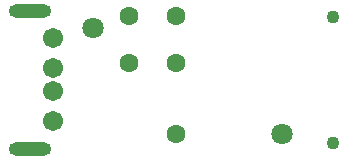
<source format=gbs>
G04 Layer: BottomSolderMaskLayer*
G04 EasyEDA Pro v2.1.64.d1969c9c.217bcf, 2024-08-09 12:31:45*
G04 Gerber Generator version 0.3*
G04 Scale: 100 percent, Rotated: No, Reflected: No*
G04 Dimensions in millimeters*
G04 Leading zeros omitted, absolute positions, 3 integers and 5 decimals*
%FSLAX35Y35*%
%MOMM*%
%ADD10C,1.102*%
%ADD11C,1.802*%
%ADD12C,1.60002*%
%ADD13O,3.60199X1.102*%
%ADD14C,1.702*%
G75*


G04 Pad Start*
G54D10*
G01X-474980Y4894580D03*
G01X-475130Y3824580D03*
G54D11*
G01X-2500000Y4800000D03*
G01X-900000Y3900000D03*
G54D12*
G01X-1800000Y4500000D03*
G01X-1800000Y4900000D03*
G01X-1800000Y3900000D03*
G01X-2200000Y4500000D03*
G01X-2200000Y4900000D03*
G54D13*
G01X-3041320Y3776180D03*
G01X-3041320Y4946180D03*
G54D14*
G01X-2841320Y4711179D03*
G01X-2841320Y4461193D03*
G01X-2841320Y4261193D03*
G01X-2841320Y4011181D03*
G04 Pad End*

M02*

</source>
